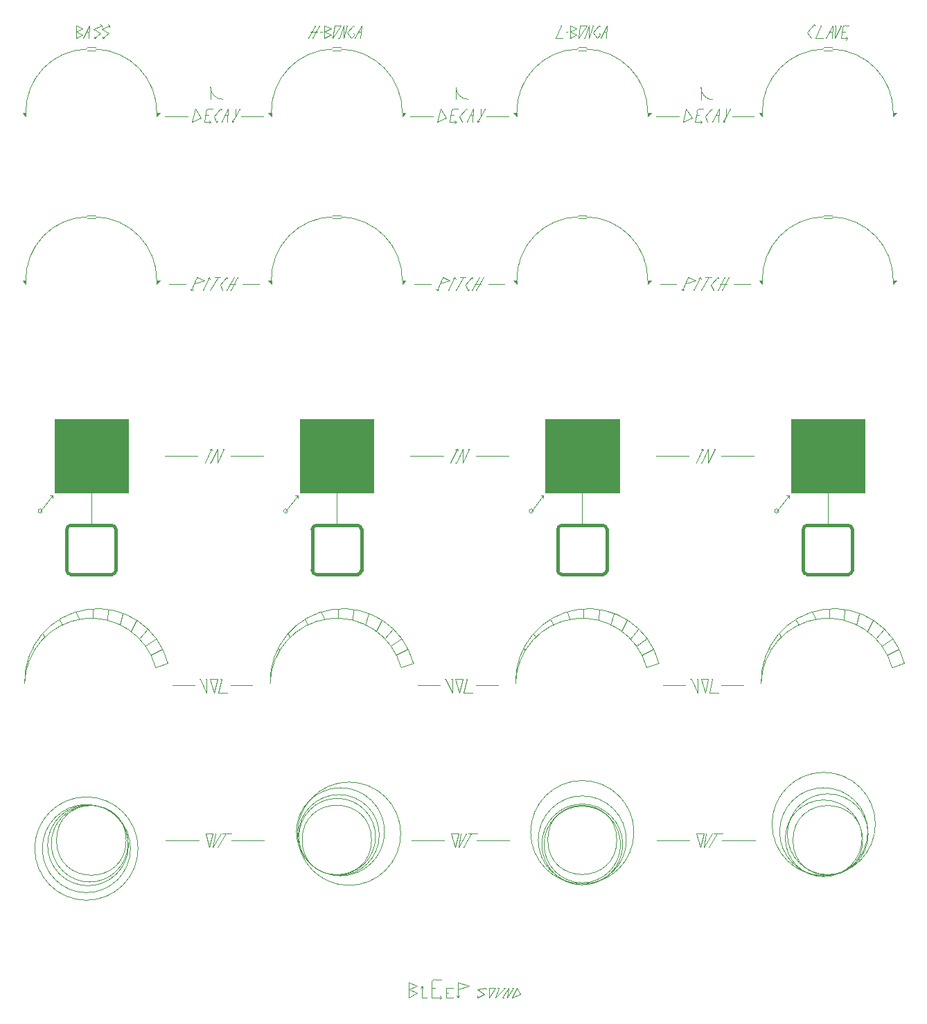
<source format=gbr>
G04 #@! TF.GenerationSoftware,KiCad,Pcbnew,(6.0.6)*
G04 #@! TF.CreationDate,2022-11-24T10:35:39+00:00*
G04 #@! TF.ProjectId,Drumbox,4472756d-626f-4782-9e6b-696361645f70,rev?*
G04 #@! TF.SameCoordinates,Original*
G04 #@! TF.FileFunction,Legend,Top*
G04 #@! TF.FilePolarity,Positive*
%FSLAX46Y46*%
G04 Gerber Fmt 4.6, Leading zero omitted, Abs format (unit mm)*
G04 Created by KiCad (PCBNEW (6.0.6)) date 2022-11-24 10:35:39*
%MOMM*%
%LPD*%
G01*
G04 APERTURE LIST*
%ADD10C,0.120000*%
%ADD11C,0.400000*%
%ADD12C,0.100000*%
%ADD13C,0.150000*%
G04 APERTURE END LIST*
D10*
X87000000Y-97750000D02*
X87000000Y-103000000D01*
X57000000Y-97750000D02*
X57000000Y-103000000D01*
X61486150Y-141900000D02*
G75*
G03*
X61486150Y-141900000I-4686150J0D01*
G01*
X61257347Y-141500000D02*
G75*
G03*
X61257347Y-141500000I-4257347J0D01*
G01*
X61785165Y-142500000D02*
G75*
G03*
X61785165Y-142500000I-5385165J0D01*
G01*
X61539636Y-142100000D02*
G75*
G03*
X61539636Y-142100000I-4939636J0D01*
G01*
X92835165Y-140450000D02*
G75*
G03*
X92835165Y-140450000I-5385165J0D01*
G01*
X92189636Y-140850000D02*
G75*
G03*
X92189636Y-140850000I-4939636J0D01*
G01*
X91736150Y-141050000D02*
G75*
G03*
X91736150Y-141050000I-4686150J0D01*
G01*
X91242641Y-141450000D02*
G75*
G03*
X91242641Y-141450000I-4242641J0D01*
G01*
X81000000Y-101250000D02*
G75*
G03*
X81000000Y-101250000I-250000J0D01*
G01*
X80750000Y-101250000D02*
X82250000Y-99350000D01*
X82250000Y-99350000D02*
X81950000Y-99350000D01*
X82250000Y-99350000D02*
X82250000Y-99650000D01*
X98600000Y-160700000D02*
X99800000Y-160700000D01*
X115525000Y-43500000D02*
X116325000Y-43000000D01*
X154296174Y-118819395D02*
X155656174Y-118149395D01*
D11*
X84500000Y-103000000D02*
X89500000Y-103000000D01*
D10*
X55456174Y-114449395D02*
X55156174Y-113649395D01*
X74200000Y-53700000D02*
X74400000Y-53600000D01*
X92856174Y-116849395D02*
X93856174Y-115649395D01*
G36*
X79000000Y-73500000D02*
G01*
X78600000Y-73100000D01*
X79000000Y-73100000D01*
X79000000Y-73500000D01*
G37*
X79000000Y-73500000D02*
X78600000Y-73100000D01*
X79000000Y-73100000D01*
X79000000Y-73500000D01*
X102900000Y-121800000D02*
X102800000Y-121800000D01*
X116325000Y-42300000D02*
X115525000Y-41900000D01*
G36*
X125000000Y-53000000D02*
G01*
X125000000Y-52600000D01*
X125400000Y-52600000D01*
X125000000Y-53000000D01*
G37*
X125000000Y-53000000D02*
X125000000Y-52600000D01*
X125400000Y-52600000D01*
X125000000Y-53000000D01*
X85500000Y-42700000D02*
X86300000Y-42300000D01*
X64999926Y-73099999D02*
G75*
G03*
X57500000Y-65300000I-7702626J99399D01*
G01*
X72900000Y-121800000D02*
X72800000Y-121800000D01*
X101700000Y-93650000D02*
X101800000Y-93850000D01*
D11*
X144500000Y-103000000D02*
G75*
G03*
X144000000Y-103500000I0J-500000D01*
G01*
D10*
X154856174Y-120349395D02*
G75*
G03*
X138856174Y-122349395I-7856174J-2150605D01*
G01*
X116500000Y-65100000D02*
X117500000Y-65100000D01*
X151939636Y-140750000D02*
G75*
G03*
X151939636Y-140750000I-4939636J0D01*
G01*
X57350000Y-43500000D02*
X57550000Y-43500000D01*
X119025000Y-41900000D02*
X119125000Y-42000000D01*
X134000000Y-94500000D02*
X138000000Y-94500000D01*
X133025000Y-74300000D02*
X133125000Y-74200000D01*
X117156174Y-114349395D02*
X117156174Y-113249395D01*
X101400000Y-52100000D02*
X101800000Y-52100000D01*
X131700000Y-93650000D02*
X131500000Y-93750000D01*
X104200000Y-160700000D02*
X104200000Y-160500000D01*
X117550000Y-41900000D02*
X116500000Y-43500000D01*
X111056174Y-116249395D02*
X111256174Y-116649395D01*
X71850000Y-142350000D02*
X72850000Y-140650000D01*
X71560660Y-50939340D02*
X71560660Y-49439340D01*
X141056174Y-116249395D02*
X141256174Y-116649395D01*
X73825000Y-73500000D02*
X74625000Y-73500000D01*
X129425000Y-74200000D02*
X129225000Y-74300000D01*
G36*
X65000000Y-73500000D02*
G01*
X65000000Y-73100000D01*
X65400000Y-73100000D01*
X65000000Y-73500000D01*
G37*
X65000000Y-73500000D02*
X65000000Y-73100000D01*
X65400000Y-73100000D01*
X65000000Y-73500000D01*
X129600000Y-122500000D02*
X126900000Y-122500000D01*
X109856174Y-118049395D02*
X109956174Y-118249395D01*
X119025000Y-41900000D02*
X118325000Y-42800000D01*
X116500000Y-44800000D02*
G75*
G03*
X109000000Y-52600000I150000J-7650000D01*
G01*
X126356174Y-119849395D02*
X124856174Y-120349395D01*
X131600000Y-53700000D02*
X131400000Y-53900000D01*
X101000000Y-52900000D02*
X101300000Y-52900000D01*
X85500000Y-41900000D02*
X85500000Y-43500000D01*
X132400000Y-121800000D02*
X132000000Y-123500000D01*
X99925000Y-72700000D02*
X99225000Y-74300000D01*
X72400000Y-93650000D02*
X72400000Y-95350000D01*
D11*
X54500000Y-103000000D02*
G75*
G03*
X54000000Y-103500000I0J-500000D01*
G01*
X120000000Y-103500000D02*
G75*
G03*
X119500000Y-103000000I-500000J0D01*
G01*
D10*
X130900000Y-95350000D02*
X131700000Y-93650000D01*
D11*
X120000000Y-103500000D02*
X120000000Y-108500000D01*
D10*
X145000000Y-43500000D02*
X145100000Y-43400000D01*
X71700000Y-93650000D02*
X71500000Y-93750000D01*
X131500000Y-121800000D02*
X132400000Y-121800000D01*
X73200000Y-93650000D02*
X73100000Y-93650000D01*
X115025000Y-42700000D02*
X115225000Y-42700000D01*
X102725000Y-73600000D02*
X103025000Y-74300000D01*
X149200000Y-41900000D02*
G75*
G03*
X148800000Y-42300000I0J-400000D01*
G01*
X132900000Y-121800000D02*
X132500000Y-123500000D01*
X146500000Y-65500000D02*
X147500000Y-65500000D01*
X87800000Y-41900000D02*
X87300000Y-43500000D01*
X119925000Y-42700000D02*
X119625000Y-42700000D01*
X97400000Y-159300000D02*
X97200000Y-159500000D01*
X147600000Y-41900000D02*
X147500000Y-43500000D01*
X131500000Y-49500000D02*
G75*
G03*
X133000000Y-51000000I1500000J0D01*
G01*
X87525000Y-41900000D02*
X86475000Y-43500000D01*
X115456174Y-114449395D02*
X115156174Y-113649395D01*
X101425000Y-72700000D02*
X101225000Y-72800000D01*
X103525000Y-72700000D02*
X102725000Y-73600000D01*
X73525000Y-72700000D02*
X72725000Y-73600000D01*
X71425000Y-72700000D02*
X71225000Y-72800000D01*
X104000000Y-94500000D02*
X108000000Y-94500000D01*
G36*
X139000000Y-53000000D02*
G01*
X138600000Y-52600000D01*
X139000000Y-52600000D01*
X139000000Y-53000000D01*
G37*
X139000000Y-53000000D02*
X138600000Y-52600000D01*
X139000000Y-52600000D01*
X139000000Y-53000000D01*
G36*
X109000000Y-73500000D02*
G01*
X108600000Y-73100000D01*
X109000000Y-73100000D01*
X109000000Y-73500000D01*
G37*
X109000000Y-73500000D02*
X108600000Y-73100000D01*
X109000000Y-73100000D01*
X109000000Y-73500000D01*
X133525000Y-72700000D02*
X133625000Y-72800000D01*
X133750000Y-140650000D02*
X134150000Y-140650000D01*
X132300000Y-53700000D02*
X132400000Y-53600000D01*
X122385165Y-141450000D02*
G75*
G03*
X122385165Y-141450000I-5385165J0D01*
G01*
D11*
X114500000Y-103000000D02*
X119500000Y-103000000D01*
D10*
X87300000Y-43500000D02*
X87200000Y-43500000D01*
X156356174Y-119849395D02*
X154856174Y-120349395D01*
G36*
X49000000Y-53000000D02*
G01*
X48600000Y-52600000D01*
X49000000Y-52600000D01*
X49000000Y-53000000D01*
G37*
X49000000Y-53000000D02*
X48600000Y-52600000D01*
X49000000Y-52600000D01*
X49000000Y-53000000D01*
X70000000Y-94500000D02*
X66000000Y-94500000D01*
X135500000Y-73500000D02*
X137500000Y-73500000D01*
X97400000Y-160700000D02*
X98000000Y-160700000D01*
X130300000Y-121800000D02*
X131100000Y-123500000D01*
X73700000Y-52100000D02*
X72900000Y-53700000D01*
X100400000Y-53200000D02*
X99700000Y-52100000D01*
X146500000Y-44800000D02*
G75*
G03*
X139000000Y-52600000I150000J-7650000D01*
G01*
X94296174Y-118819395D02*
X95656174Y-118149395D01*
X143456174Y-115149395D02*
X143156174Y-114549395D01*
X129700000Y-52100000D02*
X129300000Y-53700000D01*
X123626174Y-117749395D02*
X124856174Y-116849395D01*
X95800000Y-159700000D02*
X96800000Y-159300000D01*
X104100000Y-141500000D02*
X108100000Y-141500000D01*
X151806174Y-115899395D02*
X152506174Y-114599395D01*
D11*
X144500000Y-103000000D02*
X149500000Y-103000000D01*
D10*
X101600000Y-53700000D02*
X101400000Y-53900000D01*
X118325000Y-42800000D02*
X118825000Y-43500000D01*
X104600000Y-53000000D02*
X104600000Y-52100000D01*
X71500000Y-121800000D02*
X72400000Y-121800000D01*
X106400000Y-159500000D02*
X105600000Y-159500000D01*
X99000000Y-158500000D02*
G75*
G03*
X98600000Y-158900000I0J-400000D01*
G01*
X133050000Y-140650000D02*
X133750000Y-140650000D01*
X144500000Y-42750000D02*
X145000000Y-43500000D01*
X90456174Y-115149395D02*
X90856174Y-113849395D01*
X105600000Y-160700000D02*
X106400000Y-159500000D01*
X124296174Y-118819395D02*
X125656174Y-118149395D01*
X99925000Y-72700000D02*
X100825000Y-73100000D01*
X109000000Y-159500000D02*
X108400000Y-160700000D01*
X69425000Y-74200000D02*
X69225000Y-74300000D01*
X154999926Y-73099999D02*
G75*
G03*
X147500000Y-65300000I-7702626J99399D01*
G01*
X56800000Y-41900000D02*
X56700000Y-43500000D01*
X72800000Y-52100000D02*
X72900000Y-52200000D01*
X88300000Y-41900000D02*
X87800000Y-43500000D01*
X126000000Y-53000000D02*
X128800000Y-53000000D01*
X72475000Y-72700000D02*
X71525000Y-74300000D01*
X89900000Y-42700000D02*
X89600000Y-42700000D01*
X121806174Y-115899395D02*
X122506174Y-114599395D01*
X103750000Y-140650000D02*
X104150000Y-140650000D01*
X100625000Y-74300000D02*
X101425000Y-72700000D01*
X148800000Y-42300000D02*
X148600000Y-43500000D01*
X95800000Y-160700000D02*
X96800000Y-160100000D01*
X147500000Y-42700000D02*
X147200000Y-42700000D01*
X102800000Y-52100000D02*
X102000000Y-53000000D01*
X107600000Y-159500000D02*
X107400000Y-159500000D01*
X72400000Y-95350000D02*
X73200000Y-93650000D01*
X71850000Y-140650000D02*
X71450000Y-142350000D01*
X131400000Y-52100000D02*
G75*
G03*
X131000000Y-52500000I0J-400000D01*
G01*
X71600000Y-53700000D02*
X71400000Y-53500000D01*
X84400000Y-41900000D02*
X83500000Y-43500000D01*
X84900000Y-41900000D02*
X84000000Y-43500000D01*
X156356174Y-119849395D02*
G75*
G03*
X138856174Y-122349395I-8610204J-2228575D01*
G01*
X101800000Y-158900000D02*
X101800000Y-160700000D01*
X149200000Y-41900000D02*
X149600000Y-41900000D01*
X154999926Y-52599999D02*
G75*
G03*
X147500000Y-44800000I-7702626J99399D01*
G01*
X132725000Y-73600000D02*
X133025000Y-74300000D01*
X55950000Y-42300000D02*
X55150000Y-41900000D01*
X103700000Y-52100000D02*
X102900000Y-53700000D01*
X100000000Y-94500000D02*
X96000000Y-94500000D01*
D11*
X150000000Y-103500000D02*
X150000000Y-108500000D01*
D10*
X99425000Y-74200000D02*
X99225000Y-74300000D01*
X134925000Y-72700000D02*
X134025000Y-74300000D01*
G36*
X95000000Y-53000000D02*
G01*
X95000000Y-52600000D01*
X95400000Y-52600000D01*
X95000000Y-53000000D01*
G37*
X95000000Y-53000000D02*
X95000000Y-52600000D01*
X95400000Y-52600000D01*
X95000000Y-53000000D01*
D11*
X54500000Y-103000000D02*
X59500000Y-103000000D01*
D10*
X134100000Y-141500000D02*
X138100000Y-141500000D01*
X132800000Y-52100000D02*
X132900000Y-52200000D01*
X73600000Y-52900000D02*
X73300000Y-52900000D01*
X86500000Y-65100000D02*
X87500000Y-65100000D01*
X132000000Y-123500000D02*
X131500000Y-121800000D01*
X57350000Y-43500000D02*
X57350000Y-43300000D01*
X98600000Y-159500000D02*
X99000000Y-159500000D01*
X100400000Y-159500000D02*
X100400000Y-160700000D01*
X129225000Y-74300000D02*
X129125000Y-74100000D01*
X119075000Y-42900000D02*
X119175000Y-43000000D01*
X81056174Y-116249395D02*
X81256174Y-116649395D01*
X105200000Y-159500000D02*
X104200000Y-159700000D01*
X74600000Y-53000000D02*
X75100000Y-52100000D01*
X66356174Y-119849395D02*
G75*
G03*
X48856174Y-122349395I-8610204J-2228575D01*
G01*
X71450000Y-142350000D02*
X70950000Y-140650000D01*
X100100000Y-141500000D02*
X96100000Y-141500000D01*
X131100000Y-123500000D02*
X131100000Y-121800000D01*
X70300000Y-121800000D02*
X71100000Y-123500000D01*
X112250000Y-99350000D02*
X111950000Y-99350000D01*
X145350000Y-41800000D02*
X145450000Y-41900000D01*
X100400000Y-160100000D02*
X100600000Y-160100000D01*
X149400000Y-43500000D02*
X149200000Y-43700000D01*
X131425000Y-72700000D02*
X131225000Y-72800000D01*
X151186150Y-141250000D02*
G75*
G03*
X151186150Y-141250000I-4686150J0D01*
G01*
X132000000Y-53000000D02*
X132300000Y-53700000D01*
X73450000Y-140650000D02*
X72450000Y-142350000D01*
D11*
X144000000Y-108500000D02*
G75*
G03*
X144500000Y-109000000I500000J0D01*
G01*
D10*
X85456174Y-114449395D02*
X85156174Y-113649395D01*
X106800000Y-159500000D02*
X106600000Y-159500000D01*
X86475000Y-43500000D02*
X86725000Y-41900000D01*
X71100000Y-121800000D02*
X71000000Y-121800000D01*
D11*
X149500000Y-109000000D02*
G75*
G03*
X150000000Y-108500000I0J500000D01*
G01*
D10*
X94856174Y-120349395D02*
G75*
G03*
X78856174Y-122349395I-7856174J-2150605D01*
G01*
X71600000Y-95350000D02*
X71500000Y-95350000D01*
X100950000Y-140650000D02*
X101850000Y-140650000D01*
X79856174Y-118049395D02*
X79956174Y-118249395D01*
X102000000Y-53000000D02*
X102300000Y-53700000D01*
X131400000Y-52100000D02*
X131800000Y-52100000D01*
X116500000Y-44600000D02*
X117500000Y-44600000D01*
X66000000Y-53000000D02*
X68800000Y-53000000D01*
X101100000Y-121800000D02*
X101000000Y-121800000D01*
X101850000Y-140650000D02*
X101450000Y-142350000D01*
X147600000Y-41900000D02*
X146800000Y-43500000D01*
X73025000Y-74300000D02*
X73125000Y-74200000D01*
X110750000Y-101250000D02*
X112250000Y-99350000D01*
X101600000Y-160500000D02*
X101800000Y-160700000D01*
X89000000Y-41900000D02*
X89100000Y-42000000D01*
X101800000Y-160700000D02*
X101800000Y-160500000D01*
X101600000Y-95350000D02*
X101500000Y-95350000D01*
G36*
X49000000Y-73500000D02*
G01*
X48600000Y-73100000D01*
X49000000Y-73100000D01*
X49000000Y-73500000D01*
G37*
X49000000Y-73500000D02*
X48600000Y-73100000D01*
X49000000Y-73100000D01*
X49000000Y-73500000D01*
X55150000Y-43500000D02*
X55950000Y-43000000D01*
X73750000Y-140650000D02*
X74150000Y-140650000D01*
X56500000Y-44600000D02*
X57500000Y-44600000D01*
X103600000Y-52900000D02*
X103300000Y-52900000D01*
X86300000Y-43000000D02*
X85500000Y-42700000D01*
X58350000Y-43500000D02*
X58550000Y-43500000D01*
X117825000Y-41900000D02*
X117825000Y-43500000D01*
X134200000Y-53700000D02*
X134200000Y-53500000D01*
X145500000Y-43500000D02*
X146400000Y-43500000D01*
X56500000Y-45000000D02*
X57500000Y-45000000D01*
D11*
X89500000Y-109000000D02*
G75*
G03*
X90000000Y-108500000I0J500000D01*
G01*
D10*
X132500000Y-123500000D02*
X133600000Y-123500000D01*
X66356174Y-119849395D02*
X64856174Y-120349395D01*
X69600000Y-122500000D02*
X66900000Y-122500000D01*
X74600000Y-53000000D02*
X74200000Y-53700000D01*
X89050000Y-42900000D02*
X89150000Y-43000000D01*
G36*
X95000000Y-73500000D02*
G01*
X95000000Y-73100000D01*
X95400000Y-73100000D01*
X95000000Y-73500000D01*
G37*
X95000000Y-73500000D02*
X95000000Y-73100000D01*
X95400000Y-73100000D01*
X95000000Y-73500000D01*
X72075000Y-72700000D02*
X72775000Y-72700000D01*
X72725000Y-73600000D02*
X73025000Y-74300000D01*
X108600000Y-159500000D02*
X108400000Y-159500000D01*
X148650000Y-41900000D02*
X148550000Y-41900000D01*
X101700000Y-93650000D02*
X101500000Y-93750000D01*
X132075000Y-72700000D02*
X132775000Y-72700000D01*
X96000000Y-53000000D02*
X98800000Y-53000000D01*
X153626174Y-117749395D02*
X154856174Y-116849395D01*
X102000000Y-123500000D02*
X101500000Y-121800000D01*
X86725000Y-41900000D02*
X87525000Y-41900000D01*
X120456174Y-115149395D02*
X120856174Y-113849395D01*
X62713478Y-142500000D02*
G75*
G03*
X62713478Y-142500000I-6313478J0D01*
G01*
D11*
X84000000Y-108500000D02*
G75*
G03*
X84500000Y-109000000I500000J0D01*
G01*
D10*
X116500000Y-65300000D02*
G75*
G03*
X109000000Y-73100000I150000J-7650000D01*
G01*
X118325000Y-41900000D02*
X118225000Y-41900000D01*
X99300000Y-53700000D02*
X100400000Y-53200000D01*
X97400000Y-159300000D02*
X97400000Y-160700000D01*
X132400000Y-93650000D02*
X132400000Y-95350000D01*
X99600000Y-122500000D02*
X96900000Y-122500000D01*
X73525000Y-72700000D02*
X73625000Y-72800000D01*
X53456174Y-115149395D02*
X53156174Y-114549395D01*
X126500000Y-73500000D02*
X128500000Y-73500000D01*
X131600000Y-95350000D02*
X132400000Y-93650000D01*
X147000000Y-97750000D02*
X147000000Y-103000000D01*
X58250000Y-41900000D02*
X58050000Y-41800000D01*
X131850000Y-140650000D02*
X131450000Y-142350000D01*
X56500000Y-44800000D02*
G75*
G03*
X49000000Y-52600000I150000J-7650000D01*
G01*
X58250000Y-42400000D02*
X59150000Y-42900000D01*
X102150000Y-140650000D02*
X101850000Y-142350000D01*
X106800000Y-159500000D02*
X106400000Y-160700000D01*
G36*
X155000000Y-53000000D02*
G01*
X155000000Y-52600000D01*
X155400000Y-52600000D01*
X155000000Y-53000000D01*
G37*
X155000000Y-53000000D02*
X155000000Y-52600000D01*
X155400000Y-52600000D01*
X155000000Y-53000000D01*
X117825000Y-41900000D02*
X117325000Y-43500000D01*
D11*
X60000000Y-103500000D02*
X60000000Y-108500000D01*
D10*
X104200000Y-159700000D02*
X105000000Y-160300000D01*
X70100000Y-141500000D02*
X66100000Y-141500000D01*
X147950000Y-41900000D02*
X147850000Y-43500000D01*
X118825000Y-43500000D02*
X119175000Y-43000000D01*
X71600000Y-95350000D02*
X72400000Y-93650000D01*
D12*
G36*
X151500000Y-99000000D02*
G01*
X142500000Y-99000000D01*
X142500000Y-90000000D01*
X151500000Y-90000000D01*
X151500000Y-99000000D01*
G37*
X151500000Y-99000000D02*
X142500000Y-99000000D01*
X142500000Y-90000000D01*
X151500000Y-90000000D01*
X151500000Y-99000000D01*
D10*
X113725000Y-43500000D02*
X114625000Y-43500000D01*
X151885165Y-140450000D02*
G75*
G03*
X151885165Y-140450000I-5385165J0D01*
G01*
D11*
X119500000Y-109000000D02*
G75*
G03*
X120000000Y-108500000I0J500000D01*
G01*
X119500000Y-109000000D02*
X114500000Y-109000000D01*
D10*
X91806174Y-115899395D02*
X92506174Y-114599395D01*
X52250000Y-99350000D02*
X51950000Y-99350000D01*
X83456174Y-115149395D02*
X83156174Y-114549395D01*
X59150000Y-42900000D02*
X58350000Y-43500000D01*
X62856174Y-116849395D02*
X63856174Y-115649395D01*
X147950000Y-41900000D02*
X147850000Y-41900000D01*
X132150000Y-140650000D02*
X131850000Y-142350000D01*
X72500000Y-123500000D02*
X73600000Y-123500000D01*
X131850000Y-142350000D02*
X132850000Y-140650000D01*
D11*
X59500000Y-109000000D02*
G75*
G03*
X60000000Y-108500000I0J500000D01*
G01*
D10*
X105000000Y-160300000D02*
X104200000Y-160700000D01*
X146500000Y-45000000D02*
X147500000Y-45000000D01*
X72300000Y-53700000D02*
X72400000Y-53600000D01*
X102075000Y-72700000D02*
X102775000Y-72700000D01*
X104200000Y-53700000D02*
X104400000Y-53600000D01*
X49856174Y-118049395D02*
X49956174Y-118249395D01*
X56500000Y-65300000D02*
G75*
G03*
X49000000Y-73100000I150000J-7650000D01*
G01*
X88300000Y-41900000D02*
X88200000Y-41900000D01*
X87800000Y-41900000D02*
X87800000Y-43500000D01*
X101450000Y-142350000D02*
X100950000Y-140650000D01*
X63626174Y-117749395D02*
X64856174Y-116849395D01*
X74425000Y-72700000D02*
X73525000Y-74300000D01*
X134425000Y-72700000D02*
X133525000Y-74300000D01*
X69925000Y-72700000D02*
X70825000Y-73100000D01*
X146500000Y-44600000D02*
X147500000Y-44600000D01*
G36*
X109000000Y-53000000D02*
G01*
X108600000Y-52600000D01*
X109000000Y-52600000D01*
X109000000Y-53000000D01*
G37*
X109000000Y-53000000D02*
X108600000Y-52600000D01*
X109000000Y-52600000D01*
X109000000Y-53000000D01*
X56700000Y-42700000D02*
X56400000Y-42700000D01*
X133525000Y-72700000D02*
X132725000Y-73600000D01*
X103700000Y-52100000D02*
X103600000Y-53700000D01*
X56500000Y-65100000D02*
X57500000Y-65100000D01*
X117325000Y-43500000D02*
X117225000Y-43500000D01*
X134600000Y-53000000D02*
X134200000Y-53700000D01*
X96800000Y-159300000D02*
X95800000Y-158900000D01*
X130825000Y-73100000D02*
X129625000Y-73400000D01*
X72000000Y-53000000D02*
X72300000Y-53700000D01*
X72800000Y-52100000D02*
X72000000Y-53000000D01*
X124856174Y-120349395D02*
G75*
G03*
X108856174Y-122349395I-7856174J-2150605D01*
G01*
X104600000Y-53000000D02*
X104200000Y-53700000D01*
X105500000Y-73500000D02*
X107500000Y-73500000D01*
X96800000Y-160100000D02*
X95800000Y-159700000D01*
X133700000Y-52100000D02*
X132900000Y-53700000D01*
X148956174Y-114549395D02*
X149056174Y-113349395D01*
X129300000Y-53700000D02*
X130400000Y-53200000D01*
X103050000Y-140650000D02*
X103750000Y-140650000D01*
X114425000Y-41900000D02*
X113725000Y-43500000D01*
X107200000Y-160700000D02*
X107400000Y-160700000D01*
D12*
G36*
X121500000Y-99000000D02*
G01*
X112500000Y-99000000D01*
X112500000Y-90000000D01*
X121500000Y-90000000D01*
X121500000Y-99000000D01*
G37*
X121500000Y-99000000D02*
X112500000Y-99000000D01*
X112500000Y-90000000D01*
X121500000Y-90000000D01*
X121500000Y-99000000D01*
D10*
X51056174Y-116249395D02*
X51256174Y-116649395D01*
X116325000Y-43000000D02*
X115525000Y-42700000D01*
X73050000Y-140650000D02*
X73750000Y-140650000D01*
X101500000Y-121800000D02*
X102400000Y-121800000D01*
X88800000Y-43500000D02*
X89150000Y-43000000D01*
X101560660Y-49439340D02*
G75*
G03*
X103060660Y-50939340I1500040J40D01*
G01*
X71425000Y-72700000D02*
X71525000Y-72900000D01*
X117000000Y-97750000D02*
X117000000Y-103000000D01*
X146200000Y-41900000D02*
X145500000Y-43500000D01*
D11*
X114000000Y-103500000D02*
X114000000Y-108500000D01*
D10*
X124999926Y-52599999D02*
G75*
G03*
X117500000Y-44800000I-7702626J99399D01*
G01*
G36*
X79000000Y-53000000D02*
G01*
X78600000Y-52600000D01*
X79000000Y-52600000D01*
X79000000Y-53000000D01*
G37*
X79000000Y-53000000D02*
X78600000Y-52600000D01*
X79000000Y-52600000D01*
X79000000Y-53000000D01*
X130000000Y-94500000D02*
X126000000Y-94500000D01*
X72400000Y-121800000D02*
X72000000Y-123500000D01*
X59250000Y-41900000D02*
X59050000Y-41800000D01*
X70900000Y-95350000D02*
X71700000Y-93650000D01*
X100300000Y-121800000D02*
X101100000Y-123500000D01*
X121219301Y-141450000D02*
G75*
G03*
X121219301Y-141450000I-4219301J0D01*
G01*
X132475000Y-72700000D02*
X131525000Y-74300000D01*
X132800000Y-52100000D02*
X132000000Y-53000000D01*
X58956174Y-114549395D02*
X59056174Y-113349395D01*
X145456174Y-114449395D02*
X145156174Y-113649395D01*
X104925000Y-72700000D02*
X104025000Y-74300000D01*
X132400000Y-95350000D02*
X133200000Y-93650000D01*
X102300000Y-53700000D02*
X102400000Y-53600000D01*
X135300000Y-53000000D02*
X138000000Y-53000000D01*
X103450000Y-140650000D02*
X102450000Y-142350000D01*
X131000000Y-52900000D02*
X131300000Y-52900000D01*
X129925000Y-72700000D02*
X130825000Y-73100000D01*
D11*
X144000000Y-103500000D02*
X144000000Y-108500000D01*
D10*
X70950000Y-140650000D02*
X71850000Y-140650000D01*
X121680278Y-142000000D02*
G75*
G03*
X121680278Y-142000000I-4680278J0D01*
G01*
X96500000Y-73500000D02*
X98500000Y-73500000D01*
X102400000Y-121800000D02*
X102000000Y-123500000D01*
X130625000Y-74300000D02*
X131425000Y-72700000D01*
D11*
X54000000Y-108500000D02*
G75*
G03*
X54500000Y-109000000I500000J0D01*
G01*
D10*
X151257347Y-141500000D02*
G75*
G03*
X151257347Y-141500000I-4257347J0D01*
G01*
X86500000Y-44600000D02*
X87500000Y-44600000D01*
X74000000Y-94500000D02*
X78000000Y-94500000D01*
X100825000Y-73100000D02*
X99625000Y-73400000D01*
X70625000Y-74300000D02*
X71425000Y-72700000D01*
X145350000Y-41800000D02*
X144500000Y-42750000D01*
X131100000Y-121800000D02*
X131000000Y-121800000D01*
X139856174Y-118049395D02*
X139956174Y-118249395D01*
X148600000Y-43500000D02*
X149300000Y-43500000D01*
X130300000Y-121800000D02*
X130200000Y-121800000D01*
X114425000Y-41900000D02*
X114325000Y-41900000D01*
X104200000Y-53700000D02*
X104200000Y-53500000D01*
X121939636Y-142000000D02*
G75*
G03*
X121939636Y-142000000I-4939636J0D01*
G01*
X112250000Y-99350000D02*
X112250000Y-99650000D01*
X116500000Y-43500000D02*
X116750000Y-41900000D01*
X58350000Y-43500000D02*
X58350000Y-43300000D01*
X83800000Y-42700000D02*
X84600000Y-42700000D01*
X55950000Y-43000000D02*
X55150000Y-42700000D01*
X61806174Y-115899395D02*
X62506174Y-114599395D01*
X102900000Y-121800000D02*
X102500000Y-123500000D01*
D12*
G36*
X91500000Y-99000000D02*
G01*
X82500000Y-99000000D01*
X82500000Y-90000000D01*
X91500000Y-90000000D01*
X91500000Y-99000000D01*
G37*
X91500000Y-99000000D02*
X82500000Y-99000000D01*
X82500000Y-90000000D01*
X91500000Y-90000000D01*
X91500000Y-99000000D01*
D10*
X104000000Y-122500000D02*
X106700000Y-122500000D01*
X146500000Y-65300000D02*
G75*
G03*
X139000000Y-73100000I150000J-7650000D01*
G01*
X56500000Y-65500000D02*
X57500000Y-65500000D01*
X101850000Y-142350000D02*
X102850000Y-140650000D01*
X133700000Y-52100000D02*
X133600000Y-53700000D01*
X105300000Y-53000000D02*
X108000000Y-53000000D01*
X102475000Y-72700000D02*
X101525000Y-74300000D01*
X99000000Y-158500000D02*
X99800000Y-158500000D01*
X116500000Y-45000000D02*
X117500000Y-45000000D01*
X102500000Y-123500000D02*
X103600000Y-123500000D01*
X131600000Y-95350000D02*
X131500000Y-95350000D01*
X101800000Y-160700000D02*
X102000000Y-160500000D01*
X131500000Y-51000000D02*
X131500000Y-49500000D01*
X95800000Y-158900000D02*
X95800000Y-160700000D01*
X130800000Y-53700000D02*
X131500000Y-53700000D01*
D11*
X84500000Y-103000000D02*
G75*
G03*
X84000000Y-103500000I0J-500000D01*
G01*
D10*
X87156174Y-114349395D02*
X87156174Y-113249395D01*
X103025000Y-74300000D02*
X103125000Y-74200000D01*
X52250000Y-99350000D02*
X52250000Y-99650000D01*
X106400000Y-160700000D02*
X107600000Y-159500000D01*
X115525000Y-42700000D02*
X116325000Y-42300000D01*
X69300000Y-53700000D02*
X70400000Y-53200000D01*
X122856174Y-116849395D02*
X123856174Y-115649395D01*
X69700000Y-52100000D02*
X69300000Y-53700000D01*
X131425000Y-72700000D02*
X131525000Y-72900000D01*
X118325000Y-41900000D02*
X117825000Y-43500000D01*
X59250000Y-41900000D02*
X59250000Y-42100000D01*
X55150000Y-41900000D02*
X55150000Y-43500000D01*
X99800000Y-160700000D02*
X99600000Y-160500000D01*
X51000000Y-101250000D02*
G75*
G03*
X51000000Y-101250000I-250000J0D01*
G01*
X94813478Y-140686523D02*
G75*
G03*
X94813478Y-140686523I-6313478J0D01*
G01*
X69925000Y-72700000D02*
X69225000Y-74300000D01*
X69225000Y-74300000D02*
X69125000Y-74100000D01*
X116500000Y-65500000D02*
X117500000Y-65500000D01*
D11*
X114500000Y-103000000D02*
G75*
G03*
X114000000Y-103500000I0J-500000D01*
G01*
D10*
X93626174Y-117749395D02*
X94856174Y-116849395D01*
X130100000Y-141500000D02*
X126100000Y-141500000D01*
D11*
X84000000Y-103500000D02*
X84000000Y-108500000D01*
D10*
X109000000Y-159500000D02*
X109400000Y-160300000D01*
X133450000Y-140650000D02*
X132450000Y-142350000D01*
X74925000Y-72700000D02*
X74025000Y-74300000D01*
X130400000Y-53200000D02*
X129700000Y-52100000D01*
X71000000Y-52500000D02*
X70800000Y-53700000D01*
X149400000Y-43500000D02*
X149200000Y-43300000D01*
X72900000Y-121800000D02*
X72500000Y-123500000D01*
X85000000Y-42700000D02*
X85200000Y-42700000D01*
X59250000Y-41900000D02*
X58250000Y-42400000D01*
X142250000Y-99350000D02*
X141950000Y-99350000D01*
X74100000Y-141500000D02*
X78100000Y-141500000D01*
D11*
X90000000Y-103500000D02*
G75*
G03*
X89500000Y-103000000I-500000J0D01*
G01*
D10*
X134600000Y-53000000D02*
X134600000Y-52100000D01*
X58250000Y-41900000D02*
X58250000Y-42100000D01*
X86500000Y-44800000D02*
G75*
G03*
X79000000Y-52600000I150000J-7650000D01*
G01*
X89000000Y-41900000D02*
X88300000Y-42800000D01*
X133200000Y-93650000D02*
X133100000Y-93650000D01*
X97400000Y-159300000D02*
X97600000Y-159500000D01*
X94999926Y-73099999D02*
G75*
G03*
X87500000Y-65300000I-7702626J99399D01*
G01*
D11*
X89500000Y-109000000D02*
X84500000Y-109000000D01*
D10*
X58150000Y-42900000D02*
X57350000Y-43500000D01*
X103200000Y-93650000D02*
X103100000Y-93650000D01*
G36*
X139000000Y-73500000D02*
G01*
X138600000Y-73100000D01*
X139000000Y-73100000D01*
X139000000Y-73500000D01*
G37*
X139000000Y-73500000D02*
X138600000Y-73100000D01*
X139000000Y-73100000D01*
X139000000Y-73500000D01*
X56800000Y-41900000D02*
X56000000Y-43500000D01*
X102400000Y-93650000D02*
X102400000Y-95350000D01*
X134600000Y-53000000D02*
X135100000Y-52100000D01*
X101560660Y-50939340D02*
X101560660Y-49439340D01*
X133825000Y-73500000D02*
X134625000Y-73500000D01*
X131700000Y-93650000D02*
X131800000Y-93850000D01*
X108000000Y-159500000D02*
X107200000Y-160700000D01*
X111000000Y-101250000D02*
G75*
G03*
X111000000Y-101250000I-250000J0D01*
G01*
X86500000Y-65300000D02*
G75*
G03*
X79000000Y-73100000I150000J-7650000D01*
G01*
X150456174Y-115149395D02*
X150856174Y-113849395D01*
X90000000Y-41900000D02*
X89900000Y-43500000D01*
X152856174Y-116849395D02*
X153856174Y-115649395D01*
X74600000Y-53000000D02*
X74600000Y-52100000D01*
X99800000Y-160700000D02*
X99600000Y-160900000D01*
X99700000Y-52100000D02*
X99300000Y-53700000D01*
X115525000Y-41900000D02*
X115525000Y-43500000D01*
X130950000Y-140650000D02*
X131850000Y-140650000D01*
X74000000Y-122500000D02*
X76700000Y-122500000D01*
X101100000Y-123500000D02*
X101100000Y-121800000D01*
X101800000Y-158900000D02*
X103200000Y-159300000D01*
X100800000Y-53700000D02*
X101500000Y-53700000D01*
X102400000Y-95350000D02*
X103200000Y-93650000D01*
X107800000Y-160700000D02*
X108600000Y-159500000D01*
X108400000Y-160700000D02*
X109400000Y-160300000D01*
X142250000Y-99350000D02*
X142250000Y-99650000D01*
X104425000Y-72700000D02*
X103525000Y-74300000D01*
X102800000Y-52100000D02*
X102900000Y-52200000D01*
X134000000Y-122500000D02*
X136700000Y-122500000D01*
X71560660Y-49439340D02*
G75*
G03*
X73060660Y-50939340I1500040J40D01*
G01*
X100400000Y-160700000D02*
X101200000Y-160700000D01*
X71700000Y-93650000D02*
X71800000Y-93850000D01*
D11*
X149500000Y-109000000D02*
X144500000Y-109000000D01*
D10*
X103825000Y-73500000D02*
X104625000Y-73500000D01*
X146200000Y-41900000D02*
X146100000Y-41900000D01*
X57156174Y-114349395D02*
X57156174Y-113249395D01*
X131450000Y-142350000D02*
X130950000Y-140650000D01*
X75500000Y-73500000D02*
X77500000Y-73500000D01*
X104600000Y-53000000D02*
X105100000Y-52100000D01*
X64296174Y-118819395D02*
X65656174Y-118149395D01*
X147156174Y-114349395D02*
X147156174Y-113249395D01*
X133600000Y-52900000D02*
X133300000Y-52900000D01*
D11*
X59500000Y-109000000D02*
X54500000Y-109000000D01*
D10*
X66500000Y-73500000D02*
X68500000Y-73500000D01*
D11*
X150000000Y-103500000D02*
G75*
G03*
X149500000Y-103000000I-500000J0D01*
G01*
D10*
X75300000Y-53000000D02*
X78000000Y-53000000D01*
X103200000Y-159300000D02*
X101800000Y-159700000D01*
X146500000Y-65100000D02*
X147500000Y-65100000D01*
X71400000Y-52100000D02*
G75*
G03*
X71000000Y-52500000I0J-400000D01*
G01*
X55150000Y-42700000D02*
X55950000Y-42300000D01*
X50750000Y-101250000D02*
X52250000Y-99350000D01*
G36*
X125000000Y-73500000D02*
G01*
X125000000Y-73100000D01*
X125400000Y-73100000D01*
X125000000Y-73500000D01*
G37*
X125000000Y-73500000D02*
X125000000Y-73100000D01*
X125400000Y-73100000D01*
X125000000Y-73500000D01*
D11*
X60000000Y-103500000D02*
G75*
G03*
X59500000Y-103000000I-500000J0D01*
G01*
D10*
X57250000Y-42400000D02*
X58150000Y-42900000D01*
X101600000Y-95350000D02*
X102400000Y-93650000D01*
D11*
X114000000Y-108500000D02*
G75*
G03*
X114500000Y-109000000I500000J0D01*
G01*
D10*
X71400000Y-52100000D02*
X71800000Y-52100000D01*
X71100000Y-123500000D02*
X71100000Y-121800000D01*
X70300000Y-121800000D02*
X70200000Y-121800000D01*
X123313478Y-140500000D02*
G75*
G03*
X123313478Y-140500000I-6313478J0D01*
G01*
X100900000Y-95350000D02*
X101700000Y-93650000D01*
X126356174Y-119849395D02*
G75*
G03*
X108856174Y-122349395I-8610204J-2228575D01*
G01*
X72150000Y-140650000D02*
X71850000Y-142350000D01*
X101600000Y-53700000D02*
X101400000Y-53500000D01*
D11*
X54000000Y-103500000D02*
X54000000Y-108500000D01*
D10*
X94999926Y-52599999D02*
G75*
G03*
X87500000Y-44800000I-7702626J99399D01*
G01*
X101000000Y-52500000D02*
X100800000Y-53700000D01*
X141000000Y-101250000D02*
G75*
G03*
X141000000Y-101250000I-250000J0D01*
G01*
X74200000Y-53700000D02*
X74200000Y-53500000D01*
X113456174Y-115149395D02*
X113156174Y-114549395D01*
X152813478Y-139500000D02*
G75*
G03*
X152813478Y-139500000I-6313478J0D01*
G01*
X140750000Y-101250000D02*
X142250000Y-99350000D01*
X88956174Y-114549395D02*
X89056174Y-113349395D01*
X98600000Y-158900000D02*
X98600000Y-160700000D01*
X85500000Y-43500000D02*
X86300000Y-43000000D01*
X96356174Y-119849395D02*
G75*
G03*
X78856174Y-122349395I-8610204J-2228575D01*
G01*
X71000000Y-52900000D02*
X71300000Y-52900000D01*
X96356174Y-119849395D02*
X94856174Y-120349395D01*
X101400000Y-52100000D02*
G75*
G03*
X101000000Y-52500000I0J-400000D01*
G01*
X64856174Y-120349395D02*
G75*
G03*
X48856174Y-122349395I-7856174J-2150605D01*
G01*
D12*
G36*
X61500000Y-99000000D02*
G01*
X52500000Y-99000000D01*
X52500000Y-90000000D01*
X61500000Y-90000000D01*
X61500000Y-99000000D01*
G37*
X61500000Y-99000000D02*
X52500000Y-99000000D01*
X52500000Y-90000000D01*
X61500000Y-90000000D01*
X61500000Y-99000000D01*
D10*
X90000000Y-41900000D02*
X89200000Y-43500000D01*
X131600000Y-53700000D02*
X131400000Y-53500000D01*
X73700000Y-52100000D02*
X73600000Y-53700000D01*
X148800000Y-42700000D02*
X149100000Y-42700000D01*
X64999926Y-52599999D02*
G75*
G03*
X57500000Y-44800000I-7702626J99399D01*
G01*
X100300000Y-121800000D02*
X100200000Y-121800000D01*
X70825000Y-73100000D02*
X69625000Y-73400000D01*
X131000000Y-52500000D02*
X130800000Y-53700000D01*
X72000000Y-123500000D02*
X71500000Y-121800000D01*
X134200000Y-53700000D02*
X134400000Y-53600000D01*
X120025000Y-41900000D02*
X119225000Y-43500000D01*
X132900000Y-121800000D02*
X132800000Y-121800000D01*
X70400000Y-53200000D02*
X69700000Y-52100000D01*
X58250000Y-41900000D02*
X57250000Y-42400000D01*
X148650000Y-41900000D02*
X147850000Y-43500000D01*
X118956174Y-114549395D02*
X119056174Y-113349395D01*
X105200000Y-159500000D02*
X105200000Y-159700000D01*
X70800000Y-53700000D02*
X71500000Y-53700000D01*
X99225000Y-74300000D02*
X99125000Y-74100000D01*
X124999926Y-73099999D02*
G75*
G03*
X117500000Y-65300000I-7702626J99399D01*
G01*
X129925000Y-72700000D02*
X129225000Y-74300000D01*
X105600000Y-159500000D02*
X105600000Y-160700000D01*
X88300000Y-42800000D02*
X88800000Y-43500000D01*
X120025000Y-41900000D02*
X119925000Y-43500000D01*
X116750000Y-41900000D02*
X117550000Y-41900000D01*
X86500000Y-45000000D02*
X87500000Y-45000000D01*
X108000000Y-159500000D02*
X107800000Y-160700000D01*
X86500000Y-65500000D02*
X87500000Y-65500000D01*
X71600000Y-53700000D02*
X71400000Y-53900000D01*
X100400000Y-159500000D02*
X101200000Y-159500000D01*
G36*
X65000000Y-53000000D02*
G01*
X65000000Y-52600000D01*
X65400000Y-52600000D01*
X65000000Y-53000000D01*
G37*
X65000000Y-53000000D02*
X65000000Y-52600000D01*
X65400000Y-52600000D01*
X65000000Y-53000000D01*
X103525000Y-72700000D02*
X103625000Y-72800000D01*
G36*
X155000000Y-73500000D02*
G01*
X155000000Y-73100000D01*
X155400000Y-73100000D01*
X155000000Y-73500000D01*
G37*
X155000000Y-73500000D02*
X155000000Y-73100000D01*
X155400000Y-73100000D01*
X155000000Y-73500000D01*
X86300000Y-42300000D02*
X85500000Y-41900000D01*
X60456174Y-115149395D02*
X60856174Y-113849395D01*
D11*
X90000000Y-103500000D02*
X90000000Y-108500000D01*
D10*
X101425000Y-72700000D02*
X101525000Y-72900000D01*
D13*
M02*

</source>
